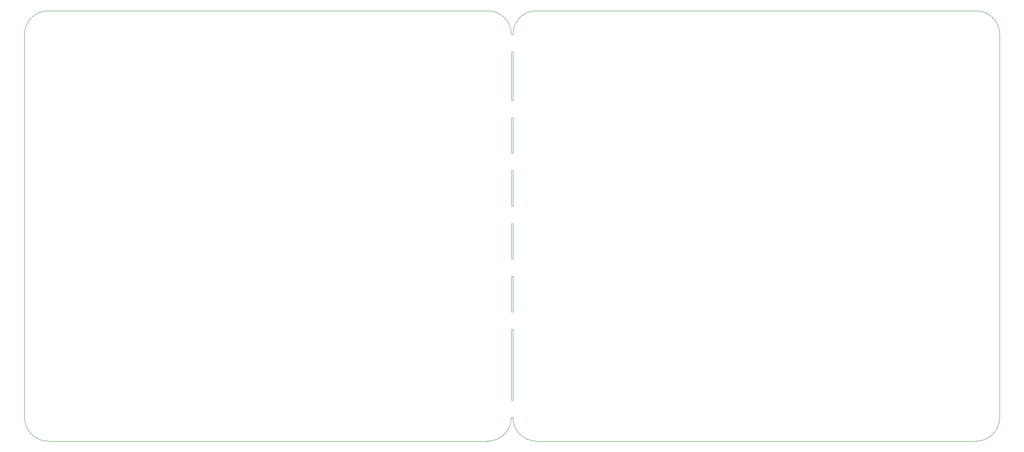
<source format=gbr>
%TF.GenerationSoftware,KiCad,Pcbnew,9.0.6*%
%TF.CreationDate,2026-02-17T13:33:01+03:00*%
%TF.ProjectId,AWS PROJECT,41575320-5052-44f4-9a45-43542e6b6963,rev?*%
%TF.SameCoordinates,Original*%
%TF.FileFunction,Profile,NP*%
%FSLAX46Y46*%
G04 Gerber Fmt 4.6, Leading zero omitted, Abs format (unit mm)*
G04 Created by KiCad (PCBNEW 9.0.6) date 2026-02-17 13:33:01*
%MOMM*%
%LPD*%
G01*
G04 APERTURE LIST*
%TA.AperFunction,Profile*%
%ADD10C,0.050000*%
%TD*%
G04 APERTURE END LIST*
D10*
X138670000Y-123500000D02*
X139000000Y-123500000D01*
X138670001Y-119760000D02*
X139000001Y-119760000D01*
X138670002Y-104800000D02*
X139000003Y-104800000D01*
X138670003Y-101060000D02*
X139000004Y-101060000D01*
X139000006Y-93580000D02*
X138670005Y-93580000D01*
X139000007Y-89840000D02*
X138670006Y-89840000D01*
X139000009Y-82360000D02*
X138670008Y-82360000D01*
X138670009Y-78620000D02*
X139000010Y-78620000D01*
X139000003Y-71140000D02*
X138670003Y-71140000D01*
X139000004Y-67400000D02*
X138670003Y-67400000D01*
X139000006Y-59920000D02*
X138670006Y-59920000D01*
X138670006Y-56180000D02*
X139000007Y-56180000D01*
X138670000Y-45990000D02*
X139000000Y-45990000D01*
X138670000Y-42250000D02*
X139000000Y-42250000D01*
X138670001Y-119760000D02*
X138670002Y-104800000D01*
X139000003Y-104800000D02*
X139000001Y-119760000D01*
X138670000Y-45990000D02*
X138670006Y-56180000D01*
X139000000Y-45990000D02*
X139000007Y-56180000D01*
X138670006Y-59920000D02*
X138670003Y-67400000D01*
X139000006Y-59920000D02*
X139000004Y-67400000D01*
X138670003Y-71140000D02*
X138670009Y-78620000D01*
X139000003Y-71140000D02*
X139000010Y-78620000D01*
X138670008Y-82360000D02*
X138670006Y-89840000D01*
X139000009Y-82360000D02*
X139000007Y-89840000D01*
X138670005Y-93580000D02*
X138670003Y-101060000D01*
X139000006Y-93580000D02*
X139000004Y-101060000D01*
X237000000Y-37250000D02*
G75*
G02*
X242000000Y-42250000I0J-5000000D01*
G01*
X241999999Y-123500000D02*
X242000000Y-42250000D01*
X144000000Y-128500000D02*
X237000000Y-128500000D01*
X144000000Y-37250000D02*
X237000000Y-37250000D01*
X144000000Y-128500000D02*
G75*
G02*
X139000000Y-123500000I0J5000000D01*
G01*
X242000000Y-123500000D02*
G75*
G02*
X237000000Y-128500000I-5000000J0D01*
G01*
X139000000Y-42250000D02*
G75*
G02*
X144000000Y-37250000I5000000J0D01*
G01*
X133670000Y-128500000D02*
X40670000Y-128500000D01*
X40670000Y-128500000D02*
G75*
G02*
X35670000Y-123500000I0J5000000D01*
G01*
X35670000Y-42250000D02*
X35670000Y-123500000D01*
X133670000Y-37250000D02*
G75*
G02*
X138670000Y-42250000I0J-5000000D01*
G01*
X35670000Y-42250000D02*
G75*
G02*
X40670000Y-37250000I5000000J0D01*
G01*
X138670000Y-123500000D02*
G75*
G02*
X133670000Y-128500000I-5000000J0D01*
G01*
X133670000Y-37250000D02*
X40670000Y-37250000D01*
M02*

</source>
